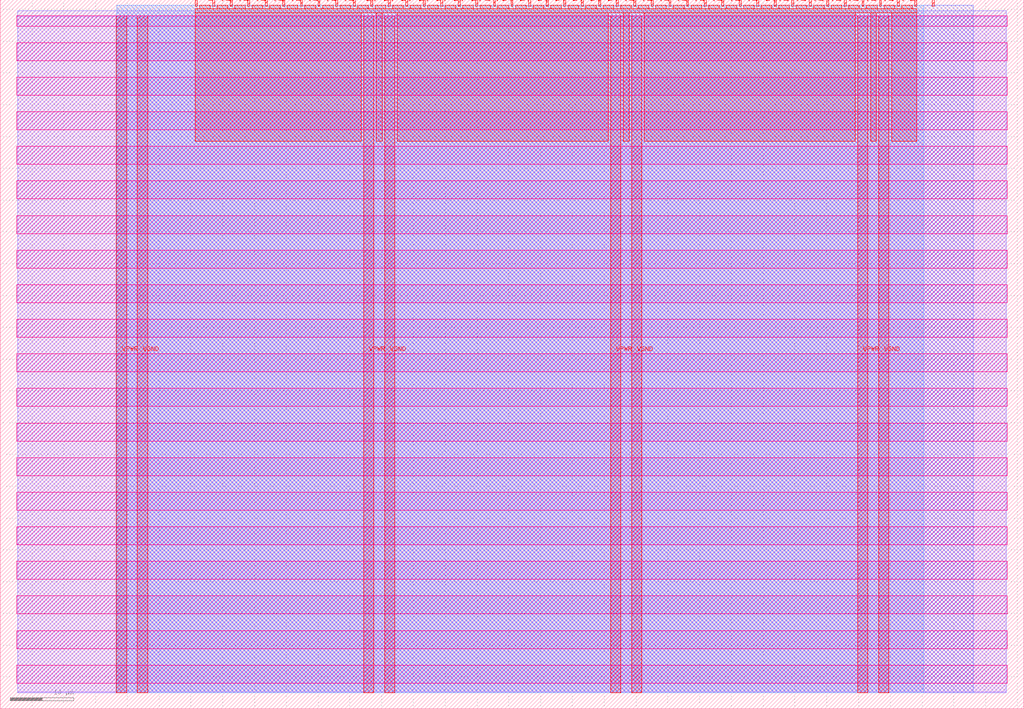
<source format=lef>
VERSION 5.7 ;
  NOWIREEXTENSIONATPIN ON ;
  DIVIDERCHAR "/" ;
  BUSBITCHARS "[]" ;
MACRO tt_um_yuri_panchul_adder_with_flow_control
  CLASS BLOCK ;
  FOREIGN tt_um_yuri_panchul_adder_with_flow_control ;
  ORIGIN 0.000 0.000 ;
  SIZE 161.000 BY 111.520 ;
  PIN VGND
    DIRECTION INOUT ;
    USE GROUND ;
    PORT
      LAYER met4 ;
        RECT 21.580 2.480 23.180 109.040 ;
    END
    PORT
      LAYER met4 ;
        RECT 60.450 2.480 62.050 109.040 ;
    END
    PORT
      LAYER met4 ;
        RECT 99.320 2.480 100.920 109.040 ;
    END
    PORT
      LAYER met4 ;
        RECT 138.190 2.480 139.790 109.040 ;
    END
  END VGND
  PIN VPWR
    DIRECTION INOUT ;
    USE POWER ;
    PORT
      LAYER met4 ;
        RECT 18.280 2.480 19.880 109.040 ;
    END
    PORT
      LAYER met4 ;
        RECT 57.150 2.480 58.750 109.040 ;
    END
    PORT
      LAYER met4 ;
        RECT 96.020 2.480 97.620 109.040 ;
    END
    PORT
      LAYER met4 ;
        RECT 134.890 2.480 136.490 109.040 ;
    END
  END VPWR
  PIN clk
    DIRECTION INPUT ;
    USE SIGNAL ;
    ANTENNAGATEAREA 0.852000 ;
    PORT
      LAYER met4 ;
        RECT 143.830 110.520 144.130 111.520 ;
    END
  END clk
  PIN ena
    DIRECTION INPUT ;
    USE SIGNAL ;
    PORT
      LAYER met4 ;
        RECT 146.590 110.520 146.890 111.520 ;
    END
  END ena
  PIN rst_n
    DIRECTION INPUT ;
    USE SIGNAL ;
    ANTENNAGATEAREA 0.196500 ;
    PORT
      LAYER met4 ;
        RECT 141.070 110.520 141.370 111.520 ;
    END
  END rst_n
  PIN ui_in[0]
    DIRECTION INPUT ;
    USE SIGNAL ;
    ANTENNAGATEAREA 0.196500 ;
    PORT
      LAYER met4 ;
        RECT 138.310 110.520 138.610 111.520 ;
    END
  END ui_in[0]
  PIN ui_in[1]
    DIRECTION INPUT ;
    USE SIGNAL ;
    ANTENNAGATEAREA 0.196500 ;
    PORT
      LAYER met4 ;
        RECT 135.550 110.520 135.850 111.520 ;
    END
  END ui_in[1]
  PIN ui_in[2]
    DIRECTION INPUT ;
    USE SIGNAL ;
    ANTENNAGATEAREA 0.196500 ;
    PORT
      LAYER met4 ;
        RECT 132.790 110.520 133.090 111.520 ;
    END
  END ui_in[2]
  PIN ui_in[3]
    DIRECTION INPUT ;
    USE SIGNAL ;
    PORT
      LAYER met4 ;
        RECT 130.030 110.520 130.330 111.520 ;
    END
  END ui_in[3]
  PIN ui_in[4]
    DIRECTION INPUT ;
    USE SIGNAL ;
    PORT
      LAYER met4 ;
        RECT 127.270 110.520 127.570 111.520 ;
    END
  END ui_in[4]
  PIN ui_in[5]
    DIRECTION INPUT ;
    USE SIGNAL ;
    PORT
      LAYER met4 ;
        RECT 124.510 110.520 124.810 111.520 ;
    END
  END ui_in[5]
  PIN ui_in[6]
    DIRECTION INPUT ;
    USE SIGNAL ;
    PORT
      LAYER met4 ;
        RECT 121.750 110.520 122.050 111.520 ;
    END
  END ui_in[6]
  PIN ui_in[7]
    DIRECTION INPUT ;
    USE SIGNAL ;
    PORT
      LAYER met4 ;
        RECT 118.990 110.520 119.290 111.520 ;
    END
  END ui_in[7]
  PIN uio_in[0]
    DIRECTION INPUT ;
    USE SIGNAL ;
    ANTENNAGATEAREA 0.196500 ;
    PORT
      LAYER met4 ;
        RECT 116.230 110.520 116.530 111.520 ;
    END
  END uio_in[0]
  PIN uio_in[1]
    DIRECTION INPUT ;
    USE SIGNAL ;
    ANTENNAGATEAREA 0.196500 ;
    PORT
      LAYER met4 ;
        RECT 113.470 110.520 113.770 111.520 ;
    END
  END uio_in[1]
  PIN uio_in[2]
    DIRECTION INPUT ;
    USE SIGNAL ;
    ANTENNAGATEAREA 0.196500 ;
    PORT
      LAYER met4 ;
        RECT 110.710 110.520 111.010 111.520 ;
    END
  END uio_in[2]
  PIN uio_in[3]
    DIRECTION INPUT ;
    USE SIGNAL ;
    ANTENNAGATEAREA 0.196500 ;
    PORT
      LAYER met4 ;
        RECT 107.950 110.520 108.250 111.520 ;
    END
  END uio_in[3]
  PIN uio_in[4]
    DIRECTION INPUT ;
    USE SIGNAL ;
    ANTENNAGATEAREA 0.196500 ;
    PORT
      LAYER met4 ;
        RECT 105.190 110.520 105.490 111.520 ;
    END
  END uio_in[4]
  PIN uio_in[5]
    DIRECTION INPUT ;
    USE SIGNAL ;
    ANTENNAGATEAREA 0.196500 ;
    PORT
      LAYER met4 ;
        RECT 102.430 110.520 102.730 111.520 ;
    END
  END uio_in[5]
  PIN uio_in[6]
    DIRECTION INPUT ;
    USE SIGNAL ;
    ANTENNAGATEAREA 0.196500 ;
    PORT
      LAYER met4 ;
        RECT 99.670 110.520 99.970 111.520 ;
    END
  END uio_in[6]
  PIN uio_in[7]
    DIRECTION INPUT ;
    USE SIGNAL ;
    ANTENNAGATEAREA 0.196500 ;
    PORT
      LAYER met4 ;
        RECT 96.910 110.520 97.210 111.520 ;
    END
  END uio_in[7]
  PIN uio_oe[0]
    DIRECTION OUTPUT ;
    USE SIGNAL ;
    ANTENNADIFFAREA 0.445500 ;
    PORT
      LAYER met4 ;
        RECT 49.990 110.520 50.290 111.520 ;
    END
  END uio_oe[0]
  PIN uio_oe[1]
    DIRECTION OUTPUT ;
    USE SIGNAL ;
    ANTENNADIFFAREA 0.445500 ;
    PORT
      LAYER met4 ;
        RECT 47.230 110.520 47.530 111.520 ;
    END
  END uio_oe[1]
  PIN uio_oe[2]
    DIRECTION OUTPUT ;
    USE SIGNAL ;
    ANTENNADIFFAREA 0.445500 ;
    PORT
      LAYER met4 ;
        RECT 44.470 110.520 44.770 111.520 ;
    END
  END uio_oe[2]
  PIN uio_oe[3]
    DIRECTION OUTPUT ;
    USE SIGNAL ;
    ANTENNADIFFAREA 0.445500 ;
    PORT
      LAYER met4 ;
        RECT 41.710 110.520 42.010 111.520 ;
    END
  END uio_oe[3]
  PIN uio_oe[4]
    DIRECTION OUTPUT ;
    USE SIGNAL ;
    ANTENNADIFFAREA 0.445500 ;
    PORT
      LAYER met4 ;
        RECT 38.950 110.520 39.250 111.520 ;
    END
  END uio_oe[4]
  PIN uio_oe[5]
    DIRECTION OUTPUT ;
    USE SIGNAL ;
    ANTENNADIFFAREA 0.445500 ;
    PORT
      LAYER met4 ;
        RECT 36.190 110.520 36.490 111.520 ;
    END
  END uio_oe[5]
  PIN uio_oe[6]
    DIRECTION OUTPUT ;
    USE SIGNAL ;
    ANTENNADIFFAREA 0.445500 ;
    PORT
      LAYER met4 ;
        RECT 33.430 110.520 33.730 111.520 ;
    END
  END uio_oe[6]
  PIN uio_oe[7]
    DIRECTION OUTPUT ;
    USE SIGNAL ;
    ANTENNADIFFAREA 0.445500 ;
    PORT
      LAYER met4 ;
        RECT 30.670 110.520 30.970 111.520 ;
    END
  END uio_oe[7]
  PIN uio_out[0]
    DIRECTION OUTPUT ;
    USE SIGNAL ;
    ANTENNADIFFAREA 0.445500 ;
    PORT
      LAYER met4 ;
        RECT 72.070 110.520 72.370 111.520 ;
    END
  END uio_out[0]
  PIN uio_out[1]
    DIRECTION OUTPUT ;
    USE SIGNAL ;
    ANTENNADIFFAREA 0.445500 ;
    PORT
      LAYER met4 ;
        RECT 69.310 110.520 69.610 111.520 ;
    END
  END uio_out[1]
  PIN uio_out[2]
    DIRECTION OUTPUT ;
    USE SIGNAL ;
    ANTENNADIFFAREA 0.445500 ;
    PORT
      LAYER met4 ;
        RECT 66.550 110.520 66.850 111.520 ;
    END
  END uio_out[2]
  PIN uio_out[3]
    DIRECTION OUTPUT ;
    USE SIGNAL ;
    ANTENNADIFFAREA 0.445500 ;
    PORT
      LAYER met4 ;
        RECT 63.790 110.520 64.090 111.520 ;
    END
  END uio_out[3]
  PIN uio_out[4]
    DIRECTION OUTPUT ;
    USE SIGNAL ;
    ANTENNADIFFAREA 0.445500 ;
    PORT
      LAYER met4 ;
        RECT 61.030 110.520 61.330 111.520 ;
    END
  END uio_out[4]
  PIN uio_out[5]
    DIRECTION OUTPUT ;
    USE SIGNAL ;
    ANTENNADIFFAREA 0.445500 ;
    PORT
      LAYER met4 ;
        RECT 58.270 110.520 58.570 111.520 ;
    END
  END uio_out[5]
  PIN uio_out[6]
    DIRECTION OUTPUT ;
    USE SIGNAL ;
    ANTENNADIFFAREA 0.445500 ;
    PORT
      LAYER met4 ;
        RECT 55.510 110.520 55.810 111.520 ;
    END
  END uio_out[6]
  PIN uio_out[7]
    DIRECTION OUTPUT ;
    USE SIGNAL ;
    ANTENNADIFFAREA 0.445500 ;
    PORT
      LAYER met4 ;
        RECT 52.750 110.520 53.050 111.520 ;
    END
  END uio_out[7]
  PIN uo_out[0]
    DIRECTION OUTPUT ;
    USE SIGNAL ;
    ANTENNADIFFAREA 0.795200 ;
    PORT
      LAYER met4 ;
        RECT 94.150 110.520 94.450 111.520 ;
    END
  END uo_out[0]
  PIN uo_out[1]
    DIRECTION OUTPUT ;
    USE SIGNAL ;
    ANTENNADIFFAREA 0.795200 ;
    PORT
      LAYER met4 ;
        RECT 91.390 110.520 91.690 111.520 ;
    END
  END uo_out[1]
  PIN uo_out[2]
    DIRECTION OUTPUT ;
    USE SIGNAL ;
    ANTENNADIFFAREA 0.795200 ;
    PORT
      LAYER met4 ;
        RECT 88.630 110.520 88.930 111.520 ;
    END
  END uo_out[2]
  PIN uo_out[3]
    DIRECTION OUTPUT ;
    USE SIGNAL ;
    ANTENNADIFFAREA 0.891000 ;
    PORT
      LAYER met4 ;
        RECT 85.870 110.520 86.170 111.520 ;
    END
  END uo_out[3]
  PIN uo_out[4]
    DIRECTION OUTPUT ;
    USE SIGNAL ;
    ANTENNADIFFAREA 0.891000 ;
    PORT
      LAYER met4 ;
        RECT 83.110 110.520 83.410 111.520 ;
    END
  END uo_out[4]
  PIN uo_out[5]
    DIRECTION OUTPUT ;
    USE SIGNAL ;
    ANTENNADIFFAREA 0.891000 ;
    PORT
      LAYER met4 ;
        RECT 80.350 110.520 80.650 111.520 ;
    END
  END uo_out[5]
  PIN uo_out[6]
    DIRECTION OUTPUT ;
    USE SIGNAL ;
    ANTENNADIFFAREA 0.891000 ;
    PORT
      LAYER met4 ;
        RECT 77.590 110.520 77.890 111.520 ;
    END
  END uo_out[6]
  PIN uo_out[7]
    DIRECTION OUTPUT ;
    USE SIGNAL ;
    ANTENNADIFFAREA 0.891000 ;
    PORT
      LAYER met4 ;
        RECT 74.830 110.520 75.130 111.520 ;
    END
  END uo_out[7]
  OBS
      LAYER nwell ;
        RECT 2.570 107.385 158.430 108.990 ;
        RECT 2.570 101.945 158.430 104.775 ;
        RECT 2.570 96.505 158.430 99.335 ;
        RECT 2.570 91.065 158.430 93.895 ;
        RECT 2.570 85.625 158.430 88.455 ;
        RECT 2.570 80.185 158.430 83.015 ;
        RECT 2.570 74.745 158.430 77.575 ;
        RECT 2.570 69.305 158.430 72.135 ;
        RECT 2.570 63.865 158.430 66.695 ;
        RECT 2.570 58.425 158.430 61.255 ;
        RECT 2.570 52.985 158.430 55.815 ;
        RECT 2.570 47.545 158.430 50.375 ;
        RECT 2.570 42.105 158.430 44.935 ;
        RECT 2.570 36.665 158.430 39.495 ;
        RECT 2.570 31.225 158.430 34.055 ;
        RECT 2.570 25.785 158.430 28.615 ;
        RECT 2.570 20.345 158.430 23.175 ;
        RECT 2.570 14.905 158.430 17.735 ;
        RECT 2.570 9.465 158.430 12.295 ;
        RECT 2.570 4.025 158.430 6.855 ;
      LAYER li1 ;
        RECT 2.760 2.635 158.240 108.885 ;
      LAYER met1 ;
        RECT 2.760 2.480 158.240 109.780 ;
      LAYER met2 ;
        RECT 18.310 2.535 153.080 110.685 ;
      LAYER met3 ;
        RECT 18.290 2.555 145.295 110.665 ;
      LAYER met4 ;
        RECT 31.370 110.120 33.030 110.665 ;
        RECT 34.130 110.120 35.790 110.665 ;
        RECT 36.890 110.120 38.550 110.665 ;
        RECT 39.650 110.120 41.310 110.665 ;
        RECT 42.410 110.120 44.070 110.665 ;
        RECT 45.170 110.120 46.830 110.665 ;
        RECT 47.930 110.120 49.590 110.665 ;
        RECT 50.690 110.120 52.350 110.665 ;
        RECT 53.450 110.120 55.110 110.665 ;
        RECT 56.210 110.120 57.870 110.665 ;
        RECT 58.970 110.120 60.630 110.665 ;
        RECT 61.730 110.120 63.390 110.665 ;
        RECT 64.490 110.120 66.150 110.665 ;
        RECT 67.250 110.120 68.910 110.665 ;
        RECT 70.010 110.120 71.670 110.665 ;
        RECT 72.770 110.120 74.430 110.665 ;
        RECT 75.530 110.120 77.190 110.665 ;
        RECT 78.290 110.120 79.950 110.665 ;
        RECT 81.050 110.120 82.710 110.665 ;
        RECT 83.810 110.120 85.470 110.665 ;
        RECT 86.570 110.120 88.230 110.665 ;
        RECT 89.330 110.120 90.990 110.665 ;
        RECT 92.090 110.120 93.750 110.665 ;
        RECT 94.850 110.120 96.510 110.665 ;
        RECT 97.610 110.120 99.270 110.665 ;
        RECT 100.370 110.120 102.030 110.665 ;
        RECT 103.130 110.120 104.790 110.665 ;
        RECT 105.890 110.120 107.550 110.665 ;
        RECT 108.650 110.120 110.310 110.665 ;
        RECT 111.410 110.120 113.070 110.665 ;
        RECT 114.170 110.120 115.830 110.665 ;
        RECT 116.930 110.120 118.590 110.665 ;
        RECT 119.690 110.120 121.350 110.665 ;
        RECT 122.450 110.120 124.110 110.665 ;
        RECT 125.210 110.120 126.870 110.665 ;
        RECT 127.970 110.120 129.630 110.665 ;
        RECT 130.730 110.120 132.390 110.665 ;
        RECT 133.490 110.120 135.150 110.665 ;
        RECT 136.250 110.120 137.910 110.665 ;
        RECT 139.010 110.120 140.670 110.665 ;
        RECT 141.770 110.120 143.430 110.665 ;
        RECT 30.655 109.440 144.145 110.120 ;
        RECT 30.655 89.255 56.750 109.440 ;
        RECT 59.150 89.255 60.050 109.440 ;
        RECT 62.450 89.255 95.620 109.440 ;
        RECT 98.020 89.255 98.920 109.440 ;
        RECT 101.320 89.255 134.490 109.440 ;
        RECT 136.890 89.255 137.790 109.440 ;
        RECT 140.190 89.255 144.145 109.440 ;
  END
END tt_um_yuri_panchul_adder_with_flow_control
END LIBRARY


</source>
